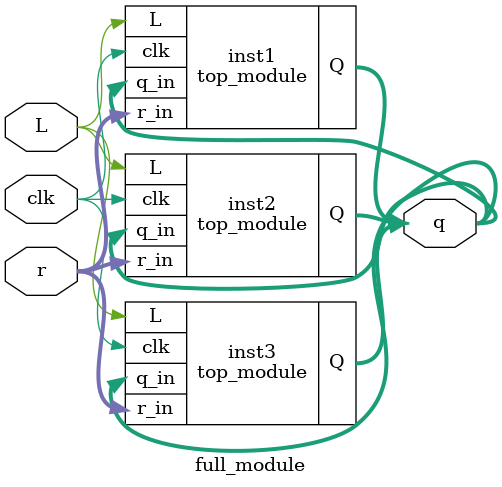
<source format=sv>
module top_module(
    input clk,
    input L,
    input [2:0] q_in,
    input [2:0] r_in,
    output reg [2:0] Q
);

    always @(posedge clk) begin
        if (L) begin
            Q <= r_in;
        end else begin
            Q <= {Q[1] ^ Q[2], Q[0], Q[2]};
        end
    end

endmodule
module full_module(
    input [2:0] r,
    input L,
    input clk,
    output [2:0] q
);

    top_module inst1 (
        .clk(clk),
        .L(L),
        .q_in(q),
        .r_in(r),
        .Q(q)
    );

    top_module inst2 (
        .clk(clk),
        .L(L),
        .q_in(q),
        .r_in(r),
        .Q(q)
    );

    top_module inst3 (
        .clk(clk),
        .L(L),
        .q_in(q),
        .r_in(r),
        .Q(q)
    );

endmodule

</source>
